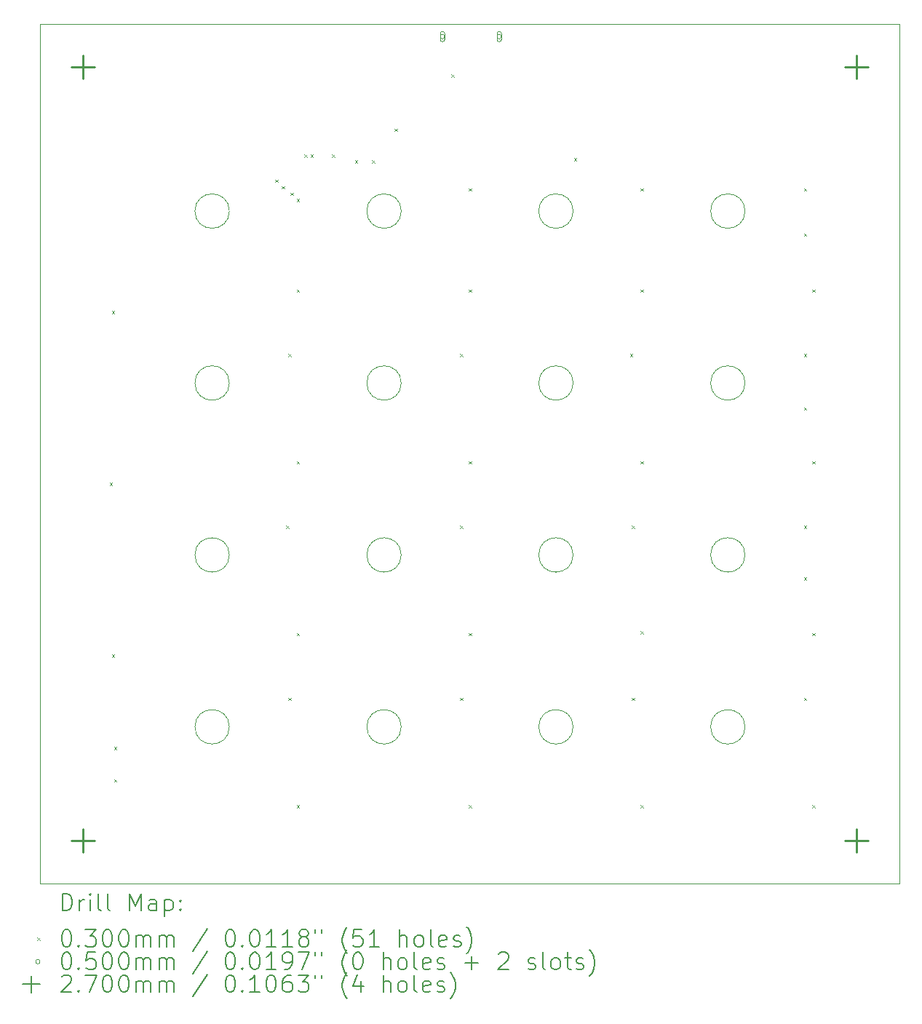
<source format=gbr>
%TF.GenerationSoftware,KiCad,Pcbnew,9.0.2*%
%TF.CreationDate,2025-06-23T15:12:33-04:00*%
%TF.ProjectId,MacroPad,4d616372-6f50-4616-942e-6b696361645f,rev?*%
%TF.SameCoordinates,Original*%
%TF.FileFunction,Drillmap*%
%TF.FilePolarity,Positive*%
%FSLAX45Y45*%
G04 Gerber Fmt 4.5, Leading zero omitted, Abs format (unit mm)*
G04 Created by KiCad (PCBNEW 9.0.2) date 2025-06-23 15:12:33*
%MOMM*%
%LPD*%
G01*
G04 APERTURE LIST*
%ADD10C,0.050000*%
%ADD11C,0.200000*%
%ADD12C,0.100000*%
%ADD13C,0.270000*%
G04 APERTURE END LIST*
D10*
X6000000Y-4500000D02*
X16000000Y-4500000D01*
X16000000Y-14500000D01*
X6000000Y-14500000D01*
X6000000Y-4500000D01*
X10200000Y-8675000D02*
G75*
G02*
X9800000Y-8675000I-200000J0D01*
G01*
X9800000Y-8675000D02*
G75*
G02*
X10200000Y-8675000I200000J0D01*
G01*
X10200000Y-6675000D02*
G75*
G02*
X9800000Y-6675000I-200000J0D01*
G01*
X9800000Y-6675000D02*
G75*
G02*
X10200000Y-6675000I200000J0D01*
G01*
X12200000Y-12675000D02*
G75*
G02*
X11800000Y-12675000I-200000J0D01*
G01*
X11800000Y-12675000D02*
G75*
G02*
X12200000Y-12675000I200000J0D01*
G01*
X8200000Y-8675000D02*
G75*
G02*
X7800000Y-8675000I-200000J0D01*
G01*
X7800000Y-8675000D02*
G75*
G02*
X8200000Y-8675000I200000J0D01*
G01*
X14200000Y-8675000D02*
G75*
G02*
X13800000Y-8675000I-200000J0D01*
G01*
X13800000Y-8675000D02*
G75*
G02*
X14200000Y-8675000I200000J0D01*
G01*
X12200000Y-6675000D02*
G75*
G02*
X11800000Y-6675000I-200000J0D01*
G01*
X11800000Y-6675000D02*
G75*
G02*
X12200000Y-6675000I200000J0D01*
G01*
X10200000Y-10675000D02*
G75*
G02*
X9800000Y-10675000I-200000J0D01*
G01*
X9800000Y-10675000D02*
G75*
G02*
X10200000Y-10675000I200000J0D01*
G01*
X8200000Y-12675000D02*
G75*
G02*
X7800000Y-12675000I-200000J0D01*
G01*
X7800000Y-12675000D02*
G75*
G02*
X8200000Y-12675000I200000J0D01*
G01*
X12200000Y-8675000D02*
G75*
G02*
X11800000Y-8675000I-200000J0D01*
G01*
X11800000Y-8675000D02*
G75*
G02*
X12200000Y-8675000I200000J0D01*
G01*
X14200000Y-12675000D02*
G75*
G02*
X13800000Y-12675000I-200000J0D01*
G01*
X13800000Y-12675000D02*
G75*
G02*
X14200000Y-12675000I200000J0D01*
G01*
X14200000Y-10675000D02*
G75*
G02*
X13800000Y-10675000I-200000J0D01*
G01*
X13800000Y-10675000D02*
G75*
G02*
X14200000Y-10675000I200000J0D01*
G01*
X8200000Y-10675000D02*
G75*
G02*
X7800000Y-10675000I-200000J0D01*
G01*
X7800000Y-10675000D02*
G75*
G02*
X8200000Y-10675000I200000J0D01*
G01*
X8200000Y-6675000D02*
G75*
G02*
X7800000Y-6675000I-200000J0D01*
G01*
X7800000Y-6675000D02*
G75*
G02*
X8200000Y-6675000I200000J0D01*
G01*
X10200000Y-12675000D02*
G75*
G02*
X9800000Y-12675000I-200000J0D01*
G01*
X9800000Y-12675000D02*
G75*
G02*
X10200000Y-12675000I200000J0D01*
G01*
X12200000Y-10675000D02*
G75*
G02*
X11800000Y-10675000I-200000J0D01*
G01*
X11800000Y-10675000D02*
G75*
G02*
X12200000Y-10675000I200000J0D01*
G01*
X14200000Y-6675000D02*
G75*
G02*
X13800000Y-6675000I-200000J0D01*
G01*
X13800000Y-6675000D02*
G75*
G02*
X14200000Y-6675000I200000J0D01*
G01*
D11*
D12*
X6810000Y-9835000D02*
X6840000Y-9865000D01*
X6840000Y-9835000D02*
X6810000Y-9865000D01*
X6835000Y-7835000D02*
X6865000Y-7865000D01*
X6865000Y-7835000D02*
X6835000Y-7865000D01*
X6835000Y-11835000D02*
X6865000Y-11865000D01*
X6865000Y-11835000D02*
X6835000Y-11865000D01*
X6860000Y-12910000D02*
X6890000Y-12940000D01*
X6890000Y-12910000D02*
X6860000Y-12940000D01*
X6860000Y-13285000D02*
X6890000Y-13315000D01*
X6890000Y-13285000D02*
X6860000Y-13315000D01*
X8735000Y-6310000D02*
X8765000Y-6340000D01*
X8765000Y-6310000D02*
X8735000Y-6340000D01*
X8810000Y-6385000D02*
X8840000Y-6415000D01*
X8840000Y-6385000D02*
X8810000Y-6415000D01*
X8860000Y-10335000D02*
X8890000Y-10365000D01*
X8890000Y-10335000D02*
X8860000Y-10365000D01*
X8885000Y-8335000D02*
X8915000Y-8365000D01*
X8915000Y-8335000D02*
X8885000Y-8365000D01*
X8885000Y-12335000D02*
X8915000Y-12365000D01*
X8915000Y-12335000D02*
X8885000Y-12365000D01*
X8910000Y-6460000D02*
X8940000Y-6490000D01*
X8940000Y-6460000D02*
X8910000Y-6490000D01*
X8985000Y-6535000D02*
X9015000Y-6565000D01*
X9015000Y-6535000D02*
X8985000Y-6565000D01*
X8985000Y-7585000D02*
X9015000Y-7615000D01*
X9015000Y-7585000D02*
X8985000Y-7615000D01*
X8985000Y-9585000D02*
X9015000Y-9615000D01*
X9015000Y-9585000D02*
X8985000Y-9615000D01*
X8985000Y-11585000D02*
X9015000Y-11615000D01*
X9015000Y-11585000D02*
X8985000Y-11615000D01*
X8985000Y-13585000D02*
X9015000Y-13615000D01*
X9015000Y-13585000D02*
X8985000Y-13615000D01*
X9071700Y-6015200D02*
X9101700Y-6045200D01*
X9101700Y-6015200D02*
X9071700Y-6045200D01*
X9146700Y-6015200D02*
X9176700Y-6045200D01*
X9176700Y-6015200D02*
X9146700Y-6045200D01*
X9396700Y-6015200D02*
X9426700Y-6045200D01*
X9426700Y-6015200D02*
X9396700Y-6045200D01*
X9660000Y-6085000D02*
X9690000Y-6115000D01*
X9690000Y-6085000D02*
X9660000Y-6115000D01*
X9860000Y-6085000D02*
X9890000Y-6115000D01*
X9890000Y-6085000D02*
X9860000Y-6115000D01*
X10121700Y-5715200D02*
X10151700Y-5745200D01*
X10151700Y-5715200D02*
X10121700Y-5745200D01*
X10785000Y-5085000D02*
X10815000Y-5115000D01*
X10815000Y-5085000D02*
X10785000Y-5115000D01*
X10885000Y-8335000D02*
X10915000Y-8365000D01*
X10915000Y-8335000D02*
X10885000Y-8365000D01*
X10885000Y-10335000D02*
X10915000Y-10365000D01*
X10915000Y-10335000D02*
X10885000Y-10365000D01*
X10885000Y-12335000D02*
X10915000Y-12365000D01*
X10915000Y-12335000D02*
X10885000Y-12365000D01*
X10985000Y-6410000D02*
X11015000Y-6440000D01*
X11015000Y-6410000D02*
X10985000Y-6440000D01*
X10985000Y-7585000D02*
X11015000Y-7615000D01*
X11015000Y-7585000D02*
X10985000Y-7615000D01*
X10985000Y-9585000D02*
X11015000Y-9615000D01*
X11015000Y-9585000D02*
X10985000Y-9615000D01*
X10985000Y-11585000D02*
X11015000Y-11615000D01*
X11015000Y-11585000D02*
X10985000Y-11615000D01*
X10985000Y-13585000D02*
X11015000Y-13615000D01*
X11015000Y-13585000D02*
X10985000Y-13615000D01*
X12210000Y-6060000D02*
X12240000Y-6090000D01*
X12240000Y-6060000D02*
X12210000Y-6090000D01*
X12860000Y-8335000D02*
X12890000Y-8365000D01*
X12890000Y-8335000D02*
X12860000Y-8365000D01*
X12885000Y-10335000D02*
X12915000Y-10365000D01*
X12915000Y-10335000D02*
X12885000Y-10365000D01*
X12885000Y-12335000D02*
X12915000Y-12365000D01*
X12915000Y-12335000D02*
X12885000Y-12365000D01*
X12985000Y-6410000D02*
X13015000Y-6440000D01*
X13015000Y-6410000D02*
X12985000Y-6440000D01*
X12985000Y-7585000D02*
X13015000Y-7615000D01*
X13015000Y-7585000D02*
X12985000Y-7615000D01*
X12985000Y-9585000D02*
X13015000Y-9615000D01*
X13015000Y-9585000D02*
X12985000Y-9615000D01*
X12985000Y-11560000D02*
X13015000Y-11590000D01*
X13015000Y-11560000D02*
X12985000Y-11590000D01*
X12985000Y-13585000D02*
X13015000Y-13615000D01*
X13015000Y-13585000D02*
X12985000Y-13615000D01*
X14885000Y-6410000D02*
X14915000Y-6440000D01*
X14915000Y-6410000D02*
X14885000Y-6440000D01*
X14885000Y-6935000D02*
X14915000Y-6965000D01*
X14915000Y-6935000D02*
X14885000Y-6965000D01*
X14885000Y-8335000D02*
X14915000Y-8365000D01*
X14915000Y-8335000D02*
X14885000Y-8365000D01*
X14885000Y-8960000D02*
X14915000Y-8990000D01*
X14915000Y-8960000D02*
X14885000Y-8990000D01*
X14885000Y-10335000D02*
X14915000Y-10365000D01*
X14915000Y-10335000D02*
X14885000Y-10365000D01*
X14885000Y-10935000D02*
X14915000Y-10965000D01*
X14915000Y-10935000D02*
X14885000Y-10965000D01*
X14885000Y-12335000D02*
X14915000Y-12365000D01*
X14915000Y-12335000D02*
X14885000Y-12365000D01*
X14985000Y-7585000D02*
X15015000Y-7615000D01*
X15015000Y-7585000D02*
X14985000Y-7615000D01*
X14985000Y-9585000D02*
X15015000Y-9615000D01*
X15015000Y-9585000D02*
X14985000Y-9615000D01*
X14985000Y-11585000D02*
X15015000Y-11615000D01*
X15015000Y-11585000D02*
X14985000Y-11615000D01*
X14985000Y-13585000D02*
X15015000Y-13615000D01*
X15015000Y-13585000D02*
X14985000Y-13615000D01*
X10705000Y-4645000D02*
G75*
G02*
X10655000Y-4645000I-25000J0D01*
G01*
X10655000Y-4645000D02*
G75*
G02*
X10705000Y-4645000I25000J0D01*
G01*
X10655000Y-4610000D02*
X10655000Y-4680000D01*
X10705000Y-4680000D02*
G75*
G02*
X10655000Y-4680000I-25000J0D01*
G01*
X10705000Y-4680000D02*
X10705000Y-4610000D01*
X10705000Y-4610000D02*
G75*
G03*
X10655000Y-4610000I-25000J0D01*
G01*
X11365000Y-4645000D02*
G75*
G02*
X11315000Y-4645000I-25000J0D01*
G01*
X11315000Y-4645000D02*
G75*
G02*
X11365000Y-4645000I25000J0D01*
G01*
X11315000Y-4610000D02*
X11315000Y-4680000D01*
X11365000Y-4680000D02*
G75*
G02*
X11315000Y-4680000I-25000J0D01*
G01*
X11365000Y-4680000D02*
X11365000Y-4610000D01*
X11365000Y-4610000D02*
G75*
G03*
X11315000Y-4610000I-25000J0D01*
G01*
D13*
X6500000Y-4865000D02*
X6500000Y-5135000D01*
X6365000Y-5000000D02*
X6635000Y-5000000D01*
X6500000Y-13865000D02*
X6500000Y-14135000D01*
X6365000Y-14000000D02*
X6635000Y-14000000D01*
X15500000Y-4865000D02*
X15500000Y-5135000D01*
X15365000Y-5000000D02*
X15635000Y-5000000D01*
X15500000Y-13865000D02*
X15500000Y-14135000D01*
X15365000Y-14000000D02*
X15635000Y-14000000D01*
D11*
X6258277Y-14813984D02*
X6258277Y-14613984D01*
X6258277Y-14613984D02*
X6305896Y-14613984D01*
X6305896Y-14613984D02*
X6334467Y-14623508D01*
X6334467Y-14623508D02*
X6353515Y-14642555D01*
X6353515Y-14642555D02*
X6363039Y-14661603D01*
X6363039Y-14661603D02*
X6372562Y-14699698D01*
X6372562Y-14699698D02*
X6372562Y-14728269D01*
X6372562Y-14728269D02*
X6363039Y-14766365D01*
X6363039Y-14766365D02*
X6353515Y-14785412D01*
X6353515Y-14785412D02*
X6334467Y-14804460D01*
X6334467Y-14804460D02*
X6305896Y-14813984D01*
X6305896Y-14813984D02*
X6258277Y-14813984D01*
X6458277Y-14813984D02*
X6458277Y-14680650D01*
X6458277Y-14718746D02*
X6467801Y-14699698D01*
X6467801Y-14699698D02*
X6477324Y-14690174D01*
X6477324Y-14690174D02*
X6496372Y-14680650D01*
X6496372Y-14680650D02*
X6515420Y-14680650D01*
X6582086Y-14813984D02*
X6582086Y-14680650D01*
X6582086Y-14613984D02*
X6572562Y-14623508D01*
X6572562Y-14623508D02*
X6582086Y-14633031D01*
X6582086Y-14633031D02*
X6591610Y-14623508D01*
X6591610Y-14623508D02*
X6582086Y-14613984D01*
X6582086Y-14613984D02*
X6582086Y-14633031D01*
X6705896Y-14813984D02*
X6686848Y-14804460D01*
X6686848Y-14804460D02*
X6677324Y-14785412D01*
X6677324Y-14785412D02*
X6677324Y-14613984D01*
X6810658Y-14813984D02*
X6791610Y-14804460D01*
X6791610Y-14804460D02*
X6782086Y-14785412D01*
X6782086Y-14785412D02*
X6782086Y-14613984D01*
X7039229Y-14813984D02*
X7039229Y-14613984D01*
X7039229Y-14613984D02*
X7105896Y-14756841D01*
X7105896Y-14756841D02*
X7172562Y-14613984D01*
X7172562Y-14613984D02*
X7172562Y-14813984D01*
X7353515Y-14813984D02*
X7353515Y-14709222D01*
X7353515Y-14709222D02*
X7343991Y-14690174D01*
X7343991Y-14690174D02*
X7324943Y-14680650D01*
X7324943Y-14680650D02*
X7286848Y-14680650D01*
X7286848Y-14680650D02*
X7267801Y-14690174D01*
X7353515Y-14804460D02*
X7334467Y-14813984D01*
X7334467Y-14813984D02*
X7286848Y-14813984D01*
X7286848Y-14813984D02*
X7267801Y-14804460D01*
X7267801Y-14804460D02*
X7258277Y-14785412D01*
X7258277Y-14785412D02*
X7258277Y-14766365D01*
X7258277Y-14766365D02*
X7267801Y-14747317D01*
X7267801Y-14747317D02*
X7286848Y-14737793D01*
X7286848Y-14737793D02*
X7334467Y-14737793D01*
X7334467Y-14737793D02*
X7353515Y-14728269D01*
X7448753Y-14680650D02*
X7448753Y-14880650D01*
X7448753Y-14690174D02*
X7467801Y-14680650D01*
X7467801Y-14680650D02*
X7505896Y-14680650D01*
X7505896Y-14680650D02*
X7524943Y-14690174D01*
X7524943Y-14690174D02*
X7534467Y-14699698D01*
X7534467Y-14699698D02*
X7543991Y-14718746D01*
X7543991Y-14718746D02*
X7543991Y-14775888D01*
X7543991Y-14775888D02*
X7534467Y-14794936D01*
X7534467Y-14794936D02*
X7524943Y-14804460D01*
X7524943Y-14804460D02*
X7505896Y-14813984D01*
X7505896Y-14813984D02*
X7467801Y-14813984D01*
X7467801Y-14813984D02*
X7448753Y-14804460D01*
X7629705Y-14794936D02*
X7639229Y-14804460D01*
X7639229Y-14804460D02*
X7629705Y-14813984D01*
X7629705Y-14813984D02*
X7620182Y-14804460D01*
X7620182Y-14804460D02*
X7629705Y-14794936D01*
X7629705Y-14794936D02*
X7629705Y-14813984D01*
X7629705Y-14690174D02*
X7639229Y-14699698D01*
X7639229Y-14699698D02*
X7629705Y-14709222D01*
X7629705Y-14709222D02*
X7620182Y-14699698D01*
X7620182Y-14699698D02*
X7629705Y-14690174D01*
X7629705Y-14690174D02*
X7629705Y-14709222D01*
D12*
X5967500Y-15127500D02*
X5997500Y-15157500D01*
X5997500Y-15127500D02*
X5967500Y-15157500D01*
D11*
X6296372Y-15033984D02*
X6315420Y-15033984D01*
X6315420Y-15033984D02*
X6334467Y-15043508D01*
X6334467Y-15043508D02*
X6343991Y-15053031D01*
X6343991Y-15053031D02*
X6353515Y-15072079D01*
X6353515Y-15072079D02*
X6363039Y-15110174D01*
X6363039Y-15110174D02*
X6363039Y-15157793D01*
X6363039Y-15157793D02*
X6353515Y-15195888D01*
X6353515Y-15195888D02*
X6343991Y-15214936D01*
X6343991Y-15214936D02*
X6334467Y-15224460D01*
X6334467Y-15224460D02*
X6315420Y-15233984D01*
X6315420Y-15233984D02*
X6296372Y-15233984D01*
X6296372Y-15233984D02*
X6277324Y-15224460D01*
X6277324Y-15224460D02*
X6267801Y-15214936D01*
X6267801Y-15214936D02*
X6258277Y-15195888D01*
X6258277Y-15195888D02*
X6248753Y-15157793D01*
X6248753Y-15157793D02*
X6248753Y-15110174D01*
X6248753Y-15110174D02*
X6258277Y-15072079D01*
X6258277Y-15072079D02*
X6267801Y-15053031D01*
X6267801Y-15053031D02*
X6277324Y-15043508D01*
X6277324Y-15043508D02*
X6296372Y-15033984D01*
X6448753Y-15214936D02*
X6458277Y-15224460D01*
X6458277Y-15224460D02*
X6448753Y-15233984D01*
X6448753Y-15233984D02*
X6439229Y-15224460D01*
X6439229Y-15224460D02*
X6448753Y-15214936D01*
X6448753Y-15214936D02*
X6448753Y-15233984D01*
X6524943Y-15033984D02*
X6648753Y-15033984D01*
X6648753Y-15033984D02*
X6582086Y-15110174D01*
X6582086Y-15110174D02*
X6610658Y-15110174D01*
X6610658Y-15110174D02*
X6629705Y-15119698D01*
X6629705Y-15119698D02*
X6639229Y-15129222D01*
X6639229Y-15129222D02*
X6648753Y-15148269D01*
X6648753Y-15148269D02*
X6648753Y-15195888D01*
X6648753Y-15195888D02*
X6639229Y-15214936D01*
X6639229Y-15214936D02*
X6629705Y-15224460D01*
X6629705Y-15224460D02*
X6610658Y-15233984D01*
X6610658Y-15233984D02*
X6553515Y-15233984D01*
X6553515Y-15233984D02*
X6534467Y-15224460D01*
X6534467Y-15224460D02*
X6524943Y-15214936D01*
X6772562Y-15033984D02*
X6791610Y-15033984D01*
X6791610Y-15033984D02*
X6810658Y-15043508D01*
X6810658Y-15043508D02*
X6820182Y-15053031D01*
X6820182Y-15053031D02*
X6829705Y-15072079D01*
X6829705Y-15072079D02*
X6839229Y-15110174D01*
X6839229Y-15110174D02*
X6839229Y-15157793D01*
X6839229Y-15157793D02*
X6829705Y-15195888D01*
X6829705Y-15195888D02*
X6820182Y-15214936D01*
X6820182Y-15214936D02*
X6810658Y-15224460D01*
X6810658Y-15224460D02*
X6791610Y-15233984D01*
X6791610Y-15233984D02*
X6772562Y-15233984D01*
X6772562Y-15233984D02*
X6753515Y-15224460D01*
X6753515Y-15224460D02*
X6743991Y-15214936D01*
X6743991Y-15214936D02*
X6734467Y-15195888D01*
X6734467Y-15195888D02*
X6724943Y-15157793D01*
X6724943Y-15157793D02*
X6724943Y-15110174D01*
X6724943Y-15110174D02*
X6734467Y-15072079D01*
X6734467Y-15072079D02*
X6743991Y-15053031D01*
X6743991Y-15053031D02*
X6753515Y-15043508D01*
X6753515Y-15043508D02*
X6772562Y-15033984D01*
X6963039Y-15033984D02*
X6982086Y-15033984D01*
X6982086Y-15033984D02*
X7001134Y-15043508D01*
X7001134Y-15043508D02*
X7010658Y-15053031D01*
X7010658Y-15053031D02*
X7020182Y-15072079D01*
X7020182Y-15072079D02*
X7029705Y-15110174D01*
X7029705Y-15110174D02*
X7029705Y-15157793D01*
X7029705Y-15157793D02*
X7020182Y-15195888D01*
X7020182Y-15195888D02*
X7010658Y-15214936D01*
X7010658Y-15214936D02*
X7001134Y-15224460D01*
X7001134Y-15224460D02*
X6982086Y-15233984D01*
X6982086Y-15233984D02*
X6963039Y-15233984D01*
X6963039Y-15233984D02*
X6943991Y-15224460D01*
X6943991Y-15224460D02*
X6934467Y-15214936D01*
X6934467Y-15214936D02*
X6924943Y-15195888D01*
X6924943Y-15195888D02*
X6915420Y-15157793D01*
X6915420Y-15157793D02*
X6915420Y-15110174D01*
X6915420Y-15110174D02*
X6924943Y-15072079D01*
X6924943Y-15072079D02*
X6934467Y-15053031D01*
X6934467Y-15053031D02*
X6943991Y-15043508D01*
X6943991Y-15043508D02*
X6963039Y-15033984D01*
X7115420Y-15233984D02*
X7115420Y-15100650D01*
X7115420Y-15119698D02*
X7124943Y-15110174D01*
X7124943Y-15110174D02*
X7143991Y-15100650D01*
X7143991Y-15100650D02*
X7172563Y-15100650D01*
X7172563Y-15100650D02*
X7191610Y-15110174D01*
X7191610Y-15110174D02*
X7201134Y-15129222D01*
X7201134Y-15129222D02*
X7201134Y-15233984D01*
X7201134Y-15129222D02*
X7210658Y-15110174D01*
X7210658Y-15110174D02*
X7229705Y-15100650D01*
X7229705Y-15100650D02*
X7258277Y-15100650D01*
X7258277Y-15100650D02*
X7277324Y-15110174D01*
X7277324Y-15110174D02*
X7286848Y-15129222D01*
X7286848Y-15129222D02*
X7286848Y-15233984D01*
X7382086Y-15233984D02*
X7382086Y-15100650D01*
X7382086Y-15119698D02*
X7391610Y-15110174D01*
X7391610Y-15110174D02*
X7410658Y-15100650D01*
X7410658Y-15100650D02*
X7439229Y-15100650D01*
X7439229Y-15100650D02*
X7458277Y-15110174D01*
X7458277Y-15110174D02*
X7467801Y-15129222D01*
X7467801Y-15129222D02*
X7467801Y-15233984D01*
X7467801Y-15129222D02*
X7477324Y-15110174D01*
X7477324Y-15110174D02*
X7496372Y-15100650D01*
X7496372Y-15100650D02*
X7524943Y-15100650D01*
X7524943Y-15100650D02*
X7543991Y-15110174D01*
X7543991Y-15110174D02*
X7553515Y-15129222D01*
X7553515Y-15129222D02*
X7553515Y-15233984D01*
X7943991Y-15024460D02*
X7772563Y-15281603D01*
X8201134Y-15033984D02*
X8220182Y-15033984D01*
X8220182Y-15033984D02*
X8239229Y-15043508D01*
X8239229Y-15043508D02*
X8248753Y-15053031D01*
X8248753Y-15053031D02*
X8258277Y-15072079D01*
X8258277Y-15072079D02*
X8267801Y-15110174D01*
X8267801Y-15110174D02*
X8267801Y-15157793D01*
X8267801Y-15157793D02*
X8258277Y-15195888D01*
X8258277Y-15195888D02*
X8248753Y-15214936D01*
X8248753Y-15214936D02*
X8239229Y-15224460D01*
X8239229Y-15224460D02*
X8220182Y-15233984D01*
X8220182Y-15233984D02*
X8201134Y-15233984D01*
X8201134Y-15233984D02*
X8182086Y-15224460D01*
X8182086Y-15224460D02*
X8172563Y-15214936D01*
X8172563Y-15214936D02*
X8163039Y-15195888D01*
X8163039Y-15195888D02*
X8153515Y-15157793D01*
X8153515Y-15157793D02*
X8153515Y-15110174D01*
X8153515Y-15110174D02*
X8163039Y-15072079D01*
X8163039Y-15072079D02*
X8172563Y-15053031D01*
X8172563Y-15053031D02*
X8182086Y-15043508D01*
X8182086Y-15043508D02*
X8201134Y-15033984D01*
X8353515Y-15214936D02*
X8363039Y-15224460D01*
X8363039Y-15224460D02*
X8353515Y-15233984D01*
X8353515Y-15233984D02*
X8343991Y-15224460D01*
X8343991Y-15224460D02*
X8353515Y-15214936D01*
X8353515Y-15214936D02*
X8353515Y-15233984D01*
X8486848Y-15033984D02*
X8505896Y-15033984D01*
X8505896Y-15033984D02*
X8524944Y-15043508D01*
X8524944Y-15043508D02*
X8534468Y-15053031D01*
X8534468Y-15053031D02*
X8543991Y-15072079D01*
X8543991Y-15072079D02*
X8553515Y-15110174D01*
X8553515Y-15110174D02*
X8553515Y-15157793D01*
X8553515Y-15157793D02*
X8543991Y-15195888D01*
X8543991Y-15195888D02*
X8534468Y-15214936D01*
X8534468Y-15214936D02*
X8524944Y-15224460D01*
X8524944Y-15224460D02*
X8505896Y-15233984D01*
X8505896Y-15233984D02*
X8486848Y-15233984D01*
X8486848Y-15233984D02*
X8467801Y-15224460D01*
X8467801Y-15224460D02*
X8458277Y-15214936D01*
X8458277Y-15214936D02*
X8448753Y-15195888D01*
X8448753Y-15195888D02*
X8439229Y-15157793D01*
X8439229Y-15157793D02*
X8439229Y-15110174D01*
X8439229Y-15110174D02*
X8448753Y-15072079D01*
X8448753Y-15072079D02*
X8458277Y-15053031D01*
X8458277Y-15053031D02*
X8467801Y-15043508D01*
X8467801Y-15043508D02*
X8486848Y-15033984D01*
X8743991Y-15233984D02*
X8629706Y-15233984D01*
X8686848Y-15233984D02*
X8686848Y-15033984D01*
X8686848Y-15033984D02*
X8667801Y-15062555D01*
X8667801Y-15062555D02*
X8648753Y-15081603D01*
X8648753Y-15081603D02*
X8629706Y-15091127D01*
X8934468Y-15233984D02*
X8820182Y-15233984D01*
X8877325Y-15233984D02*
X8877325Y-15033984D01*
X8877325Y-15033984D02*
X8858277Y-15062555D01*
X8858277Y-15062555D02*
X8839229Y-15081603D01*
X8839229Y-15081603D02*
X8820182Y-15091127D01*
X9048753Y-15119698D02*
X9029706Y-15110174D01*
X9029706Y-15110174D02*
X9020182Y-15100650D01*
X9020182Y-15100650D02*
X9010658Y-15081603D01*
X9010658Y-15081603D02*
X9010658Y-15072079D01*
X9010658Y-15072079D02*
X9020182Y-15053031D01*
X9020182Y-15053031D02*
X9029706Y-15043508D01*
X9029706Y-15043508D02*
X9048753Y-15033984D01*
X9048753Y-15033984D02*
X9086849Y-15033984D01*
X9086849Y-15033984D02*
X9105896Y-15043508D01*
X9105896Y-15043508D02*
X9115420Y-15053031D01*
X9115420Y-15053031D02*
X9124944Y-15072079D01*
X9124944Y-15072079D02*
X9124944Y-15081603D01*
X9124944Y-15081603D02*
X9115420Y-15100650D01*
X9115420Y-15100650D02*
X9105896Y-15110174D01*
X9105896Y-15110174D02*
X9086849Y-15119698D01*
X9086849Y-15119698D02*
X9048753Y-15119698D01*
X9048753Y-15119698D02*
X9029706Y-15129222D01*
X9029706Y-15129222D02*
X9020182Y-15138746D01*
X9020182Y-15138746D02*
X9010658Y-15157793D01*
X9010658Y-15157793D02*
X9010658Y-15195888D01*
X9010658Y-15195888D02*
X9020182Y-15214936D01*
X9020182Y-15214936D02*
X9029706Y-15224460D01*
X9029706Y-15224460D02*
X9048753Y-15233984D01*
X9048753Y-15233984D02*
X9086849Y-15233984D01*
X9086849Y-15233984D02*
X9105896Y-15224460D01*
X9105896Y-15224460D02*
X9115420Y-15214936D01*
X9115420Y-15214936D02*
X9124944Y-15195888D01*
X9124944Y-15195888D02*
X9124944Y-15157793D01*
X9124944Y-15157793D02*
X9115420Y-15138746D01*
X9115420Y-15138746D02*
X9105896Y-15129222D01*
X9105896Y-15129222D02*
X9086849Y-15119698D01*
X9201134Y-15033984D02*
X9201134Y-15072079D01*
X9277325Y-15033984D02*
X9277325Y-15072079D01*
X9572563Y-15310174D02*
X9563039Y-15300650D01*
X9563039Y-15300650D02*
X9543991Y-15272079D01*
X9543991Y-15272079D02*
X9534468Y-15253031D01*
X9534468Y-15253031D02*
X9524944Y-15224460D01*
X9524944Y-15224460D02*
X9515420Y-15176841D01*
X9515420Y-15176841D02*
X9515420Y-15138746D01*
X9515420Y-15138746D02*
X9524944Y-15091127D01*
X9524944Y-15091127D02*
X9534468Y-15062555D01*
X9534468Y-15062555D02*
X9543991Y-15043508D01*
X9543991Y-15043508D02*
X9563039Y-15014936D01*
X9563039Y-15014936D02*
X9572563Y-15005412D01*
X9743991Y-15033984D02*
X9648753Y-15033984D01*
X9648753Y-15033984D02*
X9639230Y-15129222D01*
X9639230Y-15129222D02*
X9648753Y-15119698D01*
X9648753Y-15119698D02*
X9667801Y-15110174D01*
X9667801Y-15110174D02*
X9715420Y-15110174D01*
X9715420Y-15110174D02*
X9734468Y-15119698D01*
X9734468Y-15119698D02*
X9743991Y-15129222D01*
X9743991Y-15129222D02*
X9753515Y-15148269D01*
X9753515Y-15148269D02*
X9753515Y-15195888D01*
X9753515Y-15195888D02*
X9743991Y-15214936D01*
X9743991Y-15214936D02*
X9734468Y-15224460D01*
X9734468Y-15224460D02*
X9715420Y-15233984D01*
X9715420Y-15233984D02*
X9667801Y-15233984D01*
X9667801Y-15233984D02*
X9648753Y-15224460D01*
X9648753Y-15224460D02*
X9639230Y-15214936D01*
X9943991Y-15233984D02*
X9829706Y-15233984D01*
X9886849Y-15233984D02*
X9886849Y-15033984D01*
X9886849Y-15033984D02*
X9867801Y-15062555D01*
X9867801Y-15062555D02*
X9848753Y-15081603D01*
X9848753Y-15081603D02*
X9829706Y-15091127D01*
X10182087Y-15233984D02*
X10182087Y-15033984D01*
X10267801Y-15233984D02*
X10267801Y-15129222D01*
X10267801Y-15129222D02*
X10258277Y-15110174D01*
X10258277Y-15110174D02*
X10239230Y-15100650D01*
X10239230Y-15100650D02*
X10210658Y-15100650D01*
X10210658Y-15100650D02*
X10191611Y-15110174D01*
X10191611Y-15110174D02*
X10182087Y-15119698D01*
X10391611Y-15233984D02*
X10372563Y-15224460D01*
X10372563Y-15224460D02*
X10363039Y-15214936D01*
X10363039Y-15214936D02*
X10353515Y-15195888D01*
X10353515Y-15195888D02*
X10353515Y-15138746D01*
X10353515Y-15138746D02*
X10363039Y-15119698D01*
X10363039Y-15119698D02*
X10372563Y-15110174D01*
X10372563Y-15110174D02*
X10391611Y-15100650D01*
X10391611Y-15100650D02*
X10420182Y-15100650D01*
X10420182Y-15100650D02*
X10439230Y-15110174D01*
X10439230Y-15110174D02*
X10448753Y-15119698D01*
X10448753Y-15119698D02*
X10458277Y-15138746D01*
X10458277Y-15138746D02*
X10458277Y-15195888D01*
X10458277Y-15195888D02*
X10448753Y-15214936D01*
X10448753Y-15214936D02*
X10439230Y-15224460D01*
X10439230Y-15224460D02*
X10420182Y-15233984D01*
X10420182Y-15233984D02*
X10391611Y-15233984D01*
X10572563Y-15233984D02*
X10553515Y-15224460D01*
X10553515Y-15224460D02*
X10543992Y-15205412D01*
X10543992Y-15205412D02*
X10543992Y-15033984D01*
X10724944Y-15224460D02*
X10705896Y-15233984D01*
X10705896Y-15233984D02*
X10667801Y-15233984D01*
X10667801Y-15233984D02*
X10648753Y-15224460D01*
X10648753Y-15224460D02*
X10639230Y-15205412D01*
X10639230Y-15205412D02*
X10639230Y-15129222D01*
X10639230Y-15129222D02*
X10648753Y-15110174D01*
X10648753Y-15110174D02*
X10667801Y-15100650D01*
X10667801Y-15100650D02*
X10705896Y-15100650D01*
X10705896Y-15100650D02*
X10724944Y-15110174D01*
X10724944Y-15110174D02*
X10734468Y-15129222D01*
X10734468Y-15129222D02*
X10734468Y-15148269D01*
X10734468Y-15148269D02*
X10639230Y-15167317D01*
X10810658Y-15224460D02*
X10829706Y-15233984D01*
X10829706Y-15233984D02*
X10867801Y-15233984D01*
X10867801Y-15233984D02*
X10886849Y-15224460D01*
X10886849Y-15224460D02*
X10896373Y-15205412D01*
X10896373Y-15205412D02*
X10896373Y-15195888D01*
X10896373Y-15195888D02*
X10886849Y-15176841D01*
X10886849Y-15176841D02*
X10867801Y-15167317D01*
X10867801Y-15167317D02*
X10839230Y-15167317D01*
X10839230Y-15167317D02*
X10820182Y-15157793D01*
X10820182Y-15157793D02*
X10810658Y-15138746D01*
X10810658Y-15138746D02*
X10810658Y-15129222D01*
X10810658Y-15129222D02*
X10820182Y-15110174D01*
X10820182Y-15110174D02*
X10839230Y-15100650D01*
X10839230Y-15100650D02*
X10867801Y-15100650D01*
X10867801Y-15100650D02*
X10886849Y-15110174D01*
X10963039Y-15310174D02*
X10972563Y-15300650D01*
X10972563Y-15300650D02*
X10991611Y-15272079D01*
X10991611Y-15272079D02*
X11001134Y-15253031D01*
X11001134Y-15253031D02*
X11010658Y-15224460D01*
X11010658Y-15224460D02*
X11020182Y-15176841D01*
X11020182Y-15176841D02*
X11020182Y-15138746D01*
X11020182Y-15138746D02*
X11010658Y-15091127D01*
X11010658Y-15091127D02*
X11001134Y-15062555D01*
X11001134Y-15062555D02*
X10991611Y-15043508D01*
X10991611Y-15043508D02*
X10972563Y-15014936D01*
X10972563Y-15014936D02*
X10963039Y-15005412D01*
D12*
X5997500Y-15406500D02*
G75*
G02*
X5947500Y-15406500I-25000J0D01*
G01*
X5947500Y-15406500D02*
G75*
G02*
X5997500Y-15406500I25000J0D01*
G01*
D11*
X6296372Y-15297984D02*
X6315420Y-15297984D01*
X6315420Y-15297984D02*
X6334467Y-15307508D01*
X6334467Y-15307508D02*
X6343991Y-15317031D01*
X6343991Y-15317031D02*
X6353515Y-15336079D01*
X6353515Y-15336079D02*
X6363039Y-15374174D01*
X6363039Y-15374174D02*
X6363039Y-15421793D01*
X6363039Y-15421793D02*
X6353515Y-15459888D01*
X6353515Y-15459888D02*
X6343991Y-15478936D01*
X6343991Y-15478936D02*
X6334467Y-15488460D01*
X6334467Y-15488460D02*
X6315420Y-15497984D01*
X6315420Y-15497984D02*
X6296372Y-15497984D01*
X6296372Y-15497984D02*
X6277324Y-15488460D01*
X6277324Y-15488460D02*
X6267801Y-15478936D01*
X6267801Y-15478936D02*
X6258277Y-15459888D01*
X6258277Y-15459888D02*
X6248753Y-15421793D01*
X6248753Y-15421793D02*
X6248753Y-15374174D01*
X6248753Y-15374174D02*
X6258277Y-15336079D01*
X6258277Y-15336079D02*
X6267801Y-15317031D01*
X6267801Y-15317031D02*
X6277324Y-15307508D01*
X6277324Y-15307508D02*
X6296372Y-15297984D01*
X6448753Y-15478936D02*
X6458277Y-15488460D01*
X6458277Y-15488460D02*
X6448753Y-15497984D01*
X6448753Y-15497984D02*
X6439229Y-15488460D01*
X6439229Y-15488460D02*
X6448753Y-15478936D01*
X6448753Y-15478936D02*
X6448753Y-15497984D01*
X6639229Y-15297984D02*
X6543991Y-15297984D01*
X6543991Y-15297984D02*
X6534467Y-15393222D01*
X6534467Y-15393222D02*
X6543991Y-15383698D01*
X6543991Y-15383698D02*
X6563039Y-15374174D01*
X6563039Y-15374174D02*
X6610658Y-15374174D01*
X6610658Y-15374174D02*
X6629705Y-15383698D01*
X6629705Y-15383698D02*
X6639229Y-15393222D01*
X6639229Y-15393222D02*
X6648753Y-15412269D01*
X6648753Y-15412269D02*
X6648753Y-15459888D01*
X6648753Y-15459888D02*
X6639229Y-15478936D01*
X6639229Y-15478936D02*
X6629705Y-15488460D01*
X6629705Y-15488460D02*
X6610658Y-15497984D01*
X6610658Y-15497984D02*
X6563039Y-15497984D01*
X6563039Y-15497984D02*
X6543991Y-15488460D01*
X6543991Y-15488460D02*
X6534467Y-15478936D01*
X6772562Y-15297984D02*
X6791610Y-15297984D01*
X6791610Y-15297984D02*
X6810658Y-15307508D01*
X6810658Y-15307508D02*
X6820182Y-15317031D01*
X6820182Y-15317031D02*
X6829705Y-15336079D01*
X6829705Y-15336079D02*
X6839229Y-15374174D01*
X6839229Y-15374174D02*
X6839229Y-15421793D01*
X6839229Y-15421793D02*
X6829705Y-15459888D01*
X6829705Y-15459888D02*
X6820182Y-15478936D01*
X6820182Y-15478936D02*
X6810658Y-15488460D01*
X6810658Y-15488460D02*
X6791610Y-15497984D01*
X6791610Y-15497984D02*
X6772562Y-15497984D01*
X6772562Y-15497984D02*
X6753515Y-15488460D01*
X6753515Y-15488460D02*
X6743991Y-15478936D01*
X6743991Y-15478936D02*
X6734467Y-15459888D01*
X6734467Y-15459888D02*
X6724943Y-15421793D01*
X6724943Y-15421793D02*
X6724943Y-15374174D01*
X6724943Y-15374174D02*
X6734467Y-15336079D01*
X6734467Y-15336079D02*
X6743991Y-15317031D01*
X6743991Y-15317031D02*
X6753515Y-15307508D01*
X6753515Y-15307508D02*
X6772562Y-15297984D01*
X6963039Y-15297984D02*
X6982086Y-15297984D01*
X6982086Y-15297984D02*
X7001134Y-15307508D01*
X7001134Y-15307508D02*
X7010658Y-15317031D01*
X7010658Y-15317031D02*
X7020182Y-15336079D01*
X7020182Y-15336079D02*
X7029705Y-15374174D01*
X7029705Y-15374174D02*
X7029705Y-15421793D01*
X7029705Y-15421793D02*
X7020182Y-15459888D01*
X7020182Y-15459888D02*
X7010658Y-15478936D01*
X7010658Y-15478936D02*
X7001134Y-15488460D01*
X7001134Y-15488460D02*
X6982086Y-15497984D01*
X6982086Y-15497984D02*
X6963039Y-15497984D01*
X6963039Y-15497984D02*
X6943991Y-15488460D01*
X6943991Y-15488460D02*
X6934467Y-15478936D01*
X6934467Y-15478936D02*
X6924943Y-15459888D01*
X6924943Y-15459888D02*
X6915420Y-15421793D01*
X6915420Y-15421793D02*
X6915420Y-15374174D01*
X6915420Y-15374174D02*
X6924943Y-15336079D01*
X6924943Y-15336079D02*
X6934467Y-15317031D01*
X6934467Y-15317031D02*
X6943991Y-15307508D01*
X6943991Y-15307508D02*
X6963039Y-15297984D01*
X7115420Y-15497984D02*
X7115420Y-15364650D01*
X7115420Y-15383698D02*
X7124943Y-15374174D01*
X7124943Y-15374174D02*
X7143991Y-15364650D01*
X7143991Y-15364650D02*
X7172563Y-15364650D01*
X7172563Y-15364650D02*
X7191610Y-15374174D01*
X7191610Y-15374174D02*
X7201134Y-15393222D01*
X7201134Y-15393222D02*
X7201134Y-15497984D01*
X7201134Y-15393222D02*
X7210658Y-15374174D01*
X7210658Y-15374174D02*
X7229705Y-15364650D01*
X7229705Y-15364650D02*
X7258277Y-15364650D01*
X7258277Y-15364650D02*
X7277324Y-15374174D01*
X7277324Y-15374174D02*
X7286848Y-15393222D01*
X7286848Y-15393222D02*
X7286848Y-15497984D01*
X7382086Y-15497984D02*
X7382086Y-15364650D01*
X7382086Y-15383698D02*
X7391610Y-15374174D01*
X7391610Y-15374174D02*
X7410658Y-15364650D01*
X7410658Y-15364650D02*
X7439229Y-15364650D01*
X7439229Y-15364650D02*
X7458277Y-15374174D01*
X7458277Y-15374174D02*
X7467801Y-15393222D01*
X7467801Y-15393222D02*
X7467801Y-15497984D01*
X7467801Y-15393222D02*
X7477324Y-15374174D01*
X7477324Y-15374174D02*
X7496372Y-15364650D01*
X7496372Y-15364650D02*
X7524943Y-15364650D01*
X7524943Y-15364650D02*
X7543991Y-15374174D01*
X7543991Y-15374174D02*
X7553515Y-15393222D01*
X7553515Y-15393222D02*
X7553515Y-15497984D01*
X7943991Y-15288460D02*
X7772563Y-15545603D01*
X8201134Y-15297984D02*
X8220182Y-15297984D01*
X8220182Y-15297984D02*
X8239229Y-15307508D01*
X8239229Y-15307508D02*
X8248753Y-15317031D01*
X8248753Y-15317031D02*
X8258277Y-15336079D01*
X8258277Y-15336079D02*
X8267801Y-15374174D01*
X8267801Y-15374174D02*
X8267801Y-15421793D01*
X8267801Y-15421793D02*
X8258277Y-15459888D01*
X8258277Y-15459888D02*
X8248753Y-15478936D01*
X8248753Y-15478936D02*
X8239229Y-15488460D01*
X8239229Y-15488460D02*
X8220182Y-15497984D01*
X8220182Y-15497984D02*
X8201134Y-15497984D01*
X8201134Y-15497984D02*
X8182086Y-15488460D01*
X8182086Y-15488460D02*
X8172563Y-15478936D01*
X8172563Y-15478936D02*
X8163039Y-15459888D01*
X8163039Y-15459888D02*
X8153515Y-15421793D01*
X8153515Y-15421793D02*
X8153515Y-15374174D01*
X8153515Y-15374174D02*
X8163039Y-15336079D01*
X8163039Y-15336079D02*
X8172563Y-15317031D01*
X8172563Y-15317031D02*
X8182086Y-15307508D01*
X8182086Y-15307508D02*
X8201134Y-15297984D01*
X8353515Y-15478936D02*
X8363039Y-15488460D01*
X8363039Y-15488460D02*
X8353515Y-15497984D01*
X8353515Y-15497984D02*
X8343991Y-15488460D01*
X8343991Y-15488460D02*
X8353515Y-15478936D01*
X8353515Y-15478936D02*
X8353515Y-15497984D01*
X8486848Y-15297984D02*
X8505896Y-15297984D01*
X8505896Y-15297984D02*
X8524944Y-15307508D01*
X8524944Y-15307508D02*
X8534468Y-15317031D01*
X8534468Y-15317031D02*
X8543991Y-15336079D01*
X8543991Y-15336079D02*
X8553515Y-15374174D01*
X8553515Y-15374174D02*
X8553515Y-15421793D01*
X8553515Y-15421793D02*
X8543991Y-15459888D01*
X8543991Y-15459888D02*
X8534468Y-15478936D01*
X8534468Y-15478936D02*
X8524944Y-15488460D01*
X8524944Y-15488460D02*
X8505896Y-15497984D01*
X8505896Y-15497984D02*
X8486848Y-15497984D01*
X8486848Y-15497984D02*
X8467801Y-15488460D01*
X8467801Y-15488460D02*
X8458277Y-15478936D01*
X8458277Y-15478936D02*
X8448753Y-15459888D01*
X8448753Y-15459888D02*
X8439229Y-15421793D01*
X8439229Y-15421793D02*
X8439229Y-15374174D01*
X8439229Y-15374174D02*
X8448753Y-15336079D01*
X8448753Y-15336079D02*
X8458277Y-15317031D01*
X8458277Y-15317031D02*
X8467801Y-15307508D01*
X8467801Y-15307508D02*
X8486848Y-15297984D01*
X8743991Y-15497984D02*
X8629706Y-15497984D01*
X8686848Y-15497984D02*
X8686848Y-15297984D01*
X8686848Y-15297984D02*
X8667801Y-15326555D01*
X8667801Y-15326555D02*
X8648753Y-15345603D01*
X8648753Y-15345603D02*
X8629706Y-15355127D01*
X8839229Y-15497984D02*
X8877325Y-15497984D01*
X8877325Y-15497984D02*
X8896372Y-15488460D01*
X8896372Y-15488460D02*
X8905896Y-15478936D01*
X8905896Y-15478936D02*
X8924944Y-15450365D01*
X8924944Y-15450365D02*
X8934468Y-15412269D01*
X8934468Y-15412269D02*
X8934468Y-15336079D01*
X8934468Y-15336079D02*
X8924944Y-15317031D01*
X8924944Y-15317031D02*
X8915420Y-15307508D01*
X8915420Y-15307508D02*
X8896372Y-15297984D01*
X8896372Y-15297984D02*
X8858277Y-15297984D01*
X8858277Y-15297984D02*
X8839229Y-15307508D01*
X8839229Y-15307508D02*
X8829706Y-15317031D01*
X8829706Y-15317031D02*
X8820182Y-15336079D01*
X8820182Y-15336079D02*
X8820182Y-15383698D01*
X8820182Y-15383698D02*
X8829706Y-15402746D01*
X8829706Y-15402746D02*
X8839229Y-15412269D01*
X8839229Y-15412269D02*
X8858277Y-15421793D01*
X8858277Y-15421793D02*
X8896372Y-15421793D01*
X8896372Y-15421793D02*
X8915420Y-15412269D01*
X8915420Y-15412269D02*
X8924944Y-15402746D01*
X8924944Y-15402746D02*
X8934468Y-15383698D01*
X9001134Y-15297984D02*
X9134468Y-15297984D01*
X9134468Y-15297984D02*
X9048753Y-15497984D01*
X9201134Y-15297984D02*
X9201134Y-15336079D01*
X9277325Y-15297984D02*
X9277325Y-15336079D01*
X9572563Y-15574174D02*
X9563039Y-15564650D01*
X9563039Y-15564650D02*
X9543991Y-15536079D01*
X9543991Y-15536079D02*
X9534468Y-15517031D01*
X9534468Y-15517031D02*
X9524944Y-15488460D01*
X9524944Y-15488460D02*
X9515420Y-15440841D01*
X9515420Y-15440841D02*
X9515420Y-15402746D01*
X9515420Y-15402746D02*
X9524944Y-15355127D01*
X9524944Y-15355127D02*
X9534468Y-15326555D01*
X9534468Y-15326555D02*
X9543991Y-15307508D01*
X9543991Y-15307508D02*
X9563039Y-15278936D01*
X9563039Y-15278936D02*
X9572563Y-15269412D01*
X9686849Y-15297984D02*
X9705896Y-15297984D01*
X9705896Y-15297984D02*
X9724944Y-15307508D01*
X9724944Y-15307508D02*
X9734468Y-15317031D01*
X9734468Y-15317031D02*
X9743991Y-15336079D01*
X9743991Y-15336079D02*
X9753515Y-15374174D01*
X9753515Y-15374174D02*
X9753515Y-15421793D01*
X9753515Y-15421793D02*
X9743991Y-15459888D01*
X9743991Y-15459888D02*
X9734468Y-15478936D01*
X9734468Y-15478936D02*
X9724944Y-15488460D01*
X9724944Y-15488460D02*
X9705896Y-15497984D01*
X9705896Y-15497984D02*
X9686849Y-15497984D01*
X9686849Y-15497984D02*
X9667801Y-15488460D01*
X9667801Y-15488460D02*
X9658277Y-15478936D01*
X9658277Y-15478936D02*
X9648753Y-15459888D01*
X9648753Y-15459888D02*
X9639230Y-15421793D01*
X9639230Y-15421793D02*
X9639230Y-15374174D01*
X9639230Y-15374174D02*
X9648753Y-15336079D01*
X9648753Y-15336079D02*
X9658277Y-15317031D01*
X9658277Y-15317031D02*
X9667801Y-15307508D01*
X9667801Y-15307508D02*
X9686849Y-15297984D01*
X9991611Y-15497984D02*
X9991611Y-15297984D01*
X10077325Y-15497984D02*
X10077325Y-15393222D01*
X10077325Y-15393222D02*
X10067801Y-15374174D01*
X10067801Y-15374174D02*
X10048753Y-15364650D01*
X10048753Y-15364650D02*
X10020182Y-15364650D01*
X10020182Y-15364650D02*
X10001134Y-15374174D01*
X10001134Y-15374174D02*
X9991611Y-15383698D01*
X10201134Y-15497984D02*
X10182087Y-15488460D01*
X10182087Y-15488460D02*
X10172563Y-15478936D01*
X10172563Y-15478936D02*
X10163039Y-15459888D01*
X10163039Y-15459888D02*
X10163039Y-15402746D01*
X10163039Y-15402746D02*
X10172563Y-15383698D01*
X10172563Y-15383698D02*
X10182087Y-15374174D01*
X10182087Y-15374174D02*
X10201134Y-15364650D01*
X10201134Y-15364650D02*
X10229706Y-15364650D01*
X10229706Y-15364650D02*
X10248753Y-15374174D01*
X10248753Y-15374174D02*
X10258277Y-15383698D01*
X10258277Y-15383698D02*
X10267801Y-15402746D01*
X10267801Y-15402746D02*
X10267801Y-15459888D01*
X10267801Y-15459888D02*
X10258277Y-15478936D01*
X10258277Y-15478936D02*
X10248753Y-15488460D01*
X10248753Y-15488460D02*
X10229706Y-15497984D01*
X10229706Y-15497984D02*
X10201134Y-15497984D01*
X10382087Y-15497984D02*
X10363039Y-15488460D01*
X10363039Y-15488460D02*
X10353515Y-15469412D01*
X10353515Y-15469412D02*
X10353515Y-15297984D01*
X10534468Y-15488460D02*
X10515420Y-15497984D01*
X10515420Y-15497984D02*
X10477325Y-15497984D01*
X10477325Y-15497984D02*
X10458277Y-15488460D01*
X10458277Y-15488460D02*
X10448753Y-15469412D01*
X10448753Y-15469412D02*
X10448753Y-15393222D01*
X10448753Y-15393222D02*
X10458277Y-15374174D01*
X10458277Y-15374174D02*
X10477325Y-15364650D01*
X10477325Y-15364650D02*
X10515420Y-15364650D01*
X10515420Y-15364650D02*
X10534468Y-15374174D01*
X10534468Y-15374174D02*
X10543992Y-15393222D01*
X10543992Y-15393222D02*
X10543992Y-15412269D01*
X10543992Y-15412269D02*
X10448753Y-15431317D01*
X10620182Y-15488460D02*
X10639230Y-15497984D01*
X10639230Y-15497984D02*
X10677325Y-15497984D01*
X10677325Y-15497984D02*
X10696373Y-15488460D01*
X10696373Y-15488460D02*
X10705896Y-15469412D01*
X10705896Y-15469412D02*
X10705896Y-15459888D01*
X10705896Y-15459888D02*
X10696373Y-15440841D01*
X10696373Y-15440841D02*
X10677325Y-15431317D01*
X10677325Y-15431317D02*
X10648753Y-15431317D01*
X10648753Y-15431317D02*
X10629706Y-15421793D01*
X10629706Y-15421793D02*
X10620182Y-15402746D01*
X10620182Y-15402746D02*
X10620182Y-15393222D01*
X10620182Y-15393222D02*
X10629706Y-15374174D01*
X10629706Y-15374174D02*
X10648753Y-15364650D01*
X10648753Y-15364650D02*
X10677325Y-15364650D01*
X10677325Y-15364650D02*
X10696373Y-15374174D01*
X10943992Y-15421793D02*
X11096373Y-15421793D01*
X11020182Y-15497984D02*
X11020182Y-15345603D01*
X11334468Y-15317031D02*
X11343992Y-15307508D01*
X11343992Y-15307508D02*
X11363039Y-15297984D01*
X11363039Y-15297984D02*
X11410658Y-15297984D01*
X11410658Y-15297984D02*
X11429706Y-15307508D01*
X11429706Y-15307508D02*
X11439230Y-15317031D01*
X11439230Y-15317031D02*
X11448753Y-15336079D01*
X11448753Y-15336079D02*
X11448753Y-15355127D01*
X11448753Y-15355127D02*
X11439230Y-15383698D01*
X11439230Y-15383698D02*
X11324944Y-15497984D01*
X11324944Y-15497984D02*
X11448753Y-15497984D01*
X11677325Y-15488460D02*
X11696373Y-15497984D01*
X11696373Y-15497984D02*
X11734468Y-15497984D01*
X11734468Y-15497984D02*
X11753515Y-15488460D01*
X11753515Y-15488460D02*
X11763039Y-15469412D01*
X11763039Y-15469412D02*
X11763039Y-15459888D01*
X11763039Y-15459888D02*
X11753515Y-15440841D01*
X11753515Y-15440841D02*
X11734468Y-15431317D01*
X11734468Y-15431317D02*
X11705896Y-15431317D01*
X11705896Y-15431317D02*
X11686849Y-15421793D01*
X11686849Y-15421793D02*
X11677325Y-15402746D01*
X11677325Y-15402746D02*
X11677325Y-15393222D01*
X11677325Y-15393222D02*
X11686849Y-15374174D01*
X11686849Y-15374174D02*
X11705896Y-15364650D01*
X11705896Y-15364650D02*
X11734468Y-15364650D01*
X11734468Y-15364650D02*
X11753515Y-15374174D01*
X11877325Y-15497984D02*
X11858277Y-15488460D01*
X11858277Y-15488460D02*
X11848754Y-15469412D01*
X11848754Y-15469412D02*
X11848754Y-15297984D01*
X11982087Y-15497984D02*
X11963039Y-15488460D01*
X11963039Y-15488460D02*
X11953515Y-15478936D01*
X11953515Y-15478936D02*
X11943992Y-15459888D01*
X11943992Y-15459888D02*
X11943992Y-15402746D01*
X11943992Y-15402746D02*
X11953515Y-15383698D01*
X11953515Y-15383698D02*
X11963039Y-15374174D01*
X11963039Y-15374174D02*
X11982087Y-15364650D01*
X11982087Y-15364650D02*
X12010658Y-15364650D01*
X12010658Y-15364650D02*
X12029706Y-15374174D01*
X12029706Y-15374174D02*
X12039230Y-15383698D01*
X12039230Y-15383698D02*
X12048754Y-15402746D01*
X12048754Y-15402746D02*
X12048754Y-15459888D01*
X12048754Y-15459888D02*
X12039230Y-15478936D01*
X12039230Y-15478936D02*
X12029706Y-15488460D01*
X12029706Y-15488460D02*
X12010658Y-15497984D01*
X12010658Y-15497984D02*
X11982087Y-15497984D01*
X12105896Y-15364650D02*
X12182087Y-15364650D01*
X12134468Y-15297984D02*
X12134468Y-15469412D01*
X12134468Y-15469412D02*
X12143992Y-15488460D01*
X12143992Y-15488460D02*
X12163039Y-15497984D01*
X12163039Y-15497984D02*
X12182087Y-15497984D01*
X12239230Y-15488460D02*
X12258277Y-15497984D01*
X12258277Y-15497984D02*
X12296373Y-15497984D01*
X12296373Y-15497984D02*
X12315420Y-15488460D01*
X12315420Y-15488460D02*
X12324944Y-15469412D01*
X12324944Y-15469412D02*
X12324944Y-15459888D01*
X12324944Y-15459888D02*
X12315420Y-15440841D01*
X12315420Y-15440841D02*
X12296373Y-15431317D01*
X12296373Y-15431317D02*
X12267801Y-15431317D01*
X12267801Y-15431317D02*
X12248754Y-15421793D01*
X12248754Y-15421793D02*
X12239230Y-15402746D01*
X12239230Y-15402746D02*
X12239230Y-15393222D01*
X12239230Y-15393222D02*
X12248754Y-15374174D01*
X12248754Y-15374174D02*
X12267801Y-15364650D01*
X12267801Y-15364650D02*
X12296373Y-15364650D01*
X12296373Y-15364650D02*
X12315420Y-15374174D01*
X12391611Y-15574174D02*
X12401135Y-15564650D01*
X12401135Y-15564650D02*
X12420182Y-15536079D01*
X12420182Y-15536079D02*
X12429706Y-15517031D01*
X12429706Y-15517031D02*
X12439230Y-15488460D01*
X12439230Y-15488460D02*
X12448754Y-15440841D01*
X12448754Y-15440841D02*
X12448754Y-15402746D01*
X12448754Y-15402746D02*
X12439230Y-15355127D01*
X12439230Y-15355127D02*
X12429706Y-15326555D01*
X12429706Y-15326555D02*
X12420182Y-15307508D01*
X12420182Y-15307508D02*
X12401135Y-15278936D01*
X12401135Y-15278936D02*
X12391611Y-15269412D01*
X5897500Y-15570500D02*
X5897500Y-15770500D01*
X5797500Y-15670500D02*
X5997500Y-15670500D01*
X6248753Y-15581031D02*
X6258277Y-15571508D01*
X6258277Y-15571508D02*
X6277324Y-15561984D01*
X6277324Y-15561984D02*
X6324943Y-15561984D01*
X6324943Y-15561984D02*
X6343991Y-15571508D01*
X6343991Y-15571508D02*
X6353515Y-15581031D01*
X6353515Y-15581031D02*
X6363039Y-15600079D01*
X6363039Y-15600079D02*
X6363039Y-15619127D01*
X6363039Y-15619127D02*
X6353515Y-15647698D01*
X6353515Y-15647698D02*
X6239229Y-15761984D01*
X6239229Y-15761984D02*
X6363039Y-15761984D01*
X6448753Y-15742936D02*
X6458277Y-15752460D01*
X6458277Y-15752460D02*
X6448753Y-15761984D01*
X6448753Y-15761984D02*
X6439229Y-15752460D01*
X6439229Y-15752460D02*
X6448753Y-15742936D01*
X6448753Y-15742936D02*
X6448753Y-15761984D01*
X6524943Y-15561984D02*
X6658277Y-15561984D01*
X6658277Y-15561984D02*
X6572562Y-15761984D01*
X6772562Y-15561984D02*
X6791610Y-15561984D01*
X6791610Y-15561984D02*
X6810658Y-15571508D01*
X6810658Y-15571508D02*
X6820182Y-15581031D01*
X6820182Y-15581031D02*
X6829705Y-15600079D01*
X6829705Y-15600079D02*
X6839229Y-15638174D01*
X6839229Y-15638174D02*
X6839229Y-15685793D01*
X6839229Y-15685793D02*
X6829705Y-15723888D01*
X6829705Y-15723888D02*
X6820182Y-15742936D01*
X6820182Y-15742936D02*
X6810658Y-15752460D01*
X6810658Y-15752460D02*
X6791610Y-15761984D01*
X6791610Y-15761984D02*
X6772562Y-15761984D01*
X6772562Y-15761984D02*
X6753515Y-15752460D01*
X6753515Y-15752460D02*
X6743991Y-15742936D01*
X6743991Y-15742936D02*
X6734467Y-15723888D01*
X6734467Y-15723888D02*
X6724943Y-15685793D01*
X6724943Y-15685793D02*
X6724943Y-15638174D01*
X6724943Y-15638174D02*
X6734467Y-15600079D01*
X6734467Y-15600079D02*
X6743991Y-15581031D01*
X6743991Y-15581031D02*
X6753515Y-15571508D01*
X6753515Y-15571508D02*
X6772562Y-15561984D01*
X6963039Y-15561984D02*
X6982086Y-15561984D01*
X6982086Y-15561984D02*
X7001134Y-15571508D01*
X7001134Y-15571508D02*
X7010658Y-15581031D01*
X7010658Y-15581031D02*
X7020182Y-15600079D01*
X7020182Y-15600079D02*
X7029705Y-15638174D01*
X7029705Y-15638174D02*
X7029705Y-15685793D01*
X7029705Y-15685793D02*
X7020182Y-15723888D01*
X7020182Y-15723888D02*
X7010658Y-15742936D01*
X7010658Y-15742936D02*
X7001134Y-15752460D01*
X7001134Y-15752460D02*
X6982086Y-15761984D01*
X6982086Y-15761984D02*
X6963039Y-15761984D01*
X6963039Y-15761984D02*
X6943991Y-15752460D01*
X6943991Y-15752460D02*
X6934467Y-15742936D01*
X6934467Y-15742936D02*
X6924943Y-15723888D01*
X6924943Y-15723888D02*
X6915420Y-15685793D01*
X6915420Y-15685793D02*
X6915420Y-15638174D01*
X6915420Y-15638174D02*
X6924943Y-15600079D01*
X6924943Y-15600079D02*
X6934467Y-15581031D01*
X6934467Y-15581031D02*
X6943991Y-15571508D01*
X6943991Y-15571508D02*
X6963039Y-15561984D01*
X7115420Y-15761984D02*
X7115420Y-15628650D01*
X7115420Y-15647698D02*
X7124943Y-15638174D01*
X7124943Y-15638174D02*
X7143991Y-15628650D01*
X7143991Y-15628650D02*
X7172563Y-15628650D01*
X7172563Y-15628650D02*
X7191610Y-15638174D01*
X7191610Y-15638174D02*
X7201134Y-15657222D01*
X7201134Y-15657222D02*
X7201134Y-15761984D01*
X7201134Y-15657222D02*
X7210658Y-15638174D01*
X7210658Y-15638174D02*
X7229705Y-15628650D01*
X7229705Y-15628650D02*
X7258277Y-15628650D01*
X7258277Y-15628650D02*
X7277324Y-15638174D01*
X7277324Y-15638174D02*
X7286848Y-15657222D01*
X7286848Y-15657222D02*
X7286848Y-15761984D01*
X7382086Y-15761984D02*
X7382086Y-15628650D01*
X7382086Y-15647698D02*
X7391610Y-15638174D01*
X7391610Y-15638174D02*
X7410658Y-15628650D01*
X7410658Y-15628650D02*
X7439229Y-15628650D01*
X7439229Y-15628650D02*
X7458277Y-15638174D01*
X7458277Y-15638174D02*
X7467801Y-15657222D01*
X7467801Y-15657222D02*
X7467801Y-15761984D01*
X7467801Y-15657222D02*
X7477324Y-15638174D01*
X7477324Y-15638174D02*
X7496372Y-15628650D01*
X7496372Y-15628650D02*
X7524943Y-15628650D01*
X7524943Y-15628650D02*
X7543991Y-15638174D01*
X7543991Y-15638174D02*
X7553515Y-15657222D01*
X7553515Y-15657222D02*
X7553515Y-15761984D01*
X7943991Y-15552460D02*
X7772563Y-15809603D01*
X8201134Y-15561984D02*
X8220182Y-15561984D01*
X8220182Y-15561984D02*
X8239229Y-15571508D01*
X8239229Y-15571508D02*
X8248753Y-15581031D01*
X8248753Y-15581031D02*
X8258277Y-15600079D01*
X8258277Y-15600079D02*
X8267801Y-15638174D01*
X8267801Y-15638174D02*
X8267801Y-15685793D01*
X8267801Y-15685793D02*
X8258277Y-15723888D01*
X8258277Y-15723888D02*
X8248753Y-15742936D01*
X8248753Y-15742936D02*
X8239229Y-15752460D01*
X8239229Y-15752460D02*
X8220182Y-15761984D01*
X8220182Y-15761984D02*
X8201134Y-15761984D01*
X8201134Y-15761984D02*
X8182086Y-15752460D01*
X8182086Y-15752460D02*
X8172563Y-15742936D01*
X8172563Y-15742936D02*
X8163039Y-15723888D01*
X8163039Y-15723888D02*
X8153515Y-15685793D01*
X8153515Y-15685793D02*
X8153515Y-15638174D01*
X8153515Y-15638174D02*
X8163039Y-15600079D01*
X8163039Y-15600079D02*
X8172563Y-15581031D01*
X8172563Y-15581031D02*
X8182086Y-15571508D01*
X8182086Y-15571508D02*
X8201134Y-15561984D01*
X8353515Y-15742936D02*
X8363039Y-15752460D01*
X8363039Y-15752460D02*
X8353515Y-15761984D01*
X8353515Y-15761984D02*
X8343991Y-15752460D01*
X8343991Y-15752460D02*
X8353515Y-15742936D01*
X8353515Y-15742936D02*
X8353515Y-15761984D01*
X8553515Y-15761984D02*
X8439229Y-15761984D01*
X8496372Y-15761984D02*
X8496372Y-15561984D01*
X8496372Y-15561984D02*
X8477325Y-15590555D01*
X8477325Y-15590555D02*
X8458277Y-15609603D01*
X8458277Y-15609603D02*
X8439229Y-15619127D01*
X8677325Y-15561984D02*
X8696372Y-15561984D01*
X8696372Y-15561984D02*
X8715420Y-15571508D01*
X8715420Y-15571508D02*
X8724944Y-15581031D01*
X8724944Y-15581031D02*
X8734468Y-15600079D01*
X8734468Y-15600079D02*
X8743991Y-15638174D01*
X8743991Y-15638174D02*
X8743991Y-15685793D01*
X8743991Y-15685793D02*
X8734468Y-15723888D01*
X8734468Y-15723888D02*
X8724944Y-15742936D01*
X8724944Y-15742936D02*
X8715420Y-15752460D01*
X8715420Y-15752460D02*
X8696372Y-15761984D01*
X8696372Y-15761984D02*
X8677325Y-15761984D01*
X8677325Y-15761984D02*
X8658277Y-15752460D01*
X8658277Y-15752460D02*
X8648753Y-15742936D01*
X8648753Y-15742936D02*
X8639229Y-15723888D01*
X8639229Y-15723888D02*
X8629706Y-15685793D01*
X8629706Y-15685793D02*
X8629706Y-15638174D01*
X8629706Y-15638174D02*
X8639229Y-15600079D01*
X8639229Y-15600079D02*
X8648753Y-15581031D01*
X8648753Y-15581031D02*
X8658277Y-15571508D01*
X8658277Y-15571508D02*
X8677325Y-15561984D01*
X8915420Y-15561984D02*
X8877325Y-15561984D01*
X8877325Y-15561984D02*
X8858277Y-15571508D01*
X8858277Y-15571508D02*
X8848753Y-15581031D01*
X8848753Y-15581031D02*
X8829706Y-15609603D01*
X8829706Y-15609603D02*
X8820182Y-15647698D01*
X8820182Y-15647698D02*
X8820182Y-15723888D01*
X8820182Y-15723888D02*
X8829706Y-15742936D01*
X8829706Y-15742936D02*
X8839229Y-15752460D01*
X8839229Y-15752460D02*
X8858277Y-15761984D01*
X8858277Y-15761984D02*
X8896372Y-15761984D01*
X8896372Y-15761984D02*
X8915420Y-15752460D01*
X8915420Y-15752460D02*
X8924944Y-15742936D01*
X8924944Y-15742936D02*
X8934468Y-15723888D01*
X8934468Y-15723888D02*
X8934468Y-15676269D01*
X8934468Y-15676269D02*
X8924944Y-15657222D01*
X8924944Y-15657222D02*
X8915420Y-15647698D01*
X8915420Y-15647698D02*
X8896372Y-15638174D01*
X8896372Y-15638174D02*
X8858277Y-15638174D01*
X8858277Y-15638174D02*
X8839229Y-15647698D01*
X8839229Y-15647698D02*
X8829706Y-15657222D01*
X8829706Y-15657222D02*
X8820182Y-15676269D01*
X9001134Y-15561984D02*
X9124944Y-15561984D01*
X9124944Y-15561984D02*
X9058277Y-15638174D01*
X9058277Y-15638174D02*
X9086849Y-15638174D01*
X9086849Y-15638174D02*
X9105896Y-15647698D01*
X9105896Y-15647698D02*
X9115420Y-15657222D01*
X9115420Y-15657222D02*
X9124944Y-15676269D01*
X9124944Y-15676269D02*
X9124944Y-15723888D01*
X9124944Y-15723888D02*
X9115420Y-15742936D01*
X9115420Y-15742936D02*
X9105896Y-15752460D01*
X9105896Y-15752460D02*
X9086849Y-15761984D01*
X9086849Y-15761984D02*
X9029706Y-15761984D01*
X9029706Y-15761984D02*
X9010658Y-15752460D01*
X9010658Y-15752460D02*
X9001134Y-15742936D01*
X9201134Y-15561984D02*
X9201134Y-15600079D01*
X9277325Y-15561984D02*
X9277325Y-15600079D01*
X9572563Y-15838174D02*
X9563039Y-15828650D01*
X9563039Y-15828650D02*
X9543991Y-15800079D01*
X9543991Y-15800079D02*
X9534468Y-15781031D01*
X9534468Y-15781031D02*
X9524944Y-15752460D01*
X9524944Y-15752460D02*
X9515420Y-15704841D01*
X9515420Y-15704841D02*
X9515420Y-15666746D01*
X9515420Y-15666746D02*
X9524944Y-15619127D01*
X9524944Y-15619127D02*
X9534468Y-15590555D01*
X9534468Y-15590555D02*
X9543991Y-15571508D01*
X9543991Y-15571508D02*
X9563039Y-15542936D01*
X9563039Y-15542936D02*
X9572563Y-15533412D01*
X9734468Y-15628650D02*
X9734468Y-15761984D01*
X9686849Y-15552460D02*
X9639230Y-15695317D01*
X9639230Y-15695317D02*
X9763039Y-15695317D01*
X9991611Y-15761984D02*
X9991611Y-15561984D01*
X10077325Y-15761984D02*
X10077325Y-15657222D01*
X10077325Y-15657222D02*
X10067801Y-15638174D01*
X10067801Y-15638174D02*
X10048753Y-15628650D01*
X10048753Y-15628650D02*
X10020182Y-15628650D01*
X10020182Y-15628650D02*
X10001134Y-15638174D01*
X10001134Y-15638174D02*
X9991611Y-15647698D01*
X10201134Y-15761984D02*
X10182087Y-15752460D01*
X10182087Y-15752460D02*
X10172563Y-15742936D01*
X10172563Y-15742936D02*
X10163039Y-15723888D01*
X10163039Y-15723888D02*
X10163039Y-15666746D01*
X10163039Y-15666746D02*
X10172563Y-15647698D01*
X10172563Y-15647698D02*
X10182087Y-15638174D01*
X10182087Y-15638174D02*
X10201134Y-15628650D01*
X10201134Y-15628650D02*
X10229706Y-15628650D01*
X10229706Y-15628650D02*
X10248753Y-15638174D01*
X10248753Y-15638174D02*
X10258277Y-15647698D01*
X10258277Y-15647698D02*
X10267801Y-15666746D01*
X10267801Y-15666746D02*
X10267801Y-15723888D01*
X10267801Y-15723888D02*
X10258277Y-15742936D01*
X10258277Y-15742936D02*
X10248753Y-15752460D01*
X10248753Y-15752460D02*
X10229706Y-15761984D01*
X10229706Y-15761984D02*
X10201134Y-15761984D01*
X10382087Y-15761984D02*
X10363039Y-15752460D01*
X10363039Y-15752460D02*
X10353515Y-15733412D01*
X10353515Y-15733412D02*
X10353515Y-15561984D01*
X10534468Y-15752460D02*
X10515420Y-15761984D01*
X10515420Y-15761984D02*
X10477325Y-15761984D01*
X10477325Y-15761984D02*
X10458277Y-15752460D01*
X10458277Y-15752460D02*
X10448753Y-15733412D01*
X10448753Y-15733412D02*
X10448753Y-15657222D01*
X10448753Y-15657222D02*
X10458277Y-15638174D01*
X10458277Y-15638174D02*
X10477325Y-15628650D01*
X10477325Y-15628650D02*
X10515420Y-15628650D01*
X10515420Y-15628650D02*
X10534468Y-15638174D01*
X10534468Y-15638174D02*
X10543992Y-15657222D01*
X10543992Y-15657222D02*
X10543992Y-15676269D01*
X10543992Y-15676269D02*
X10448753Y-15695317D01*
X10620182Y-15752460D02*
X10639230Y-15761984D01*
X10639230Y-15761984D02*
X10677325Y-15761984D01*
X10677325Y-15761984D02*
X10696373Y-15752460D01*
X10696373Y-15752460D02*
X10705896Y-15733412D01*
X10705896Y-15733412D02*
X10705896Y-15723888D01*
X10705896Y-15723888D02*
X10696373Y-15704841D01*
X10696373Y-15704841D02*
X10677325Y-15695317D01*
X10677325Y-15695317D02*
X10648753Y-15695317D01*
X10648753Y-15695317D02*
X10629706Y-15685793D01*
X10629706Y-15685793D02*
X10620182Y-15666746D01*
X10620182Y-15666746D02*
X10620182Y-15657222D01*
X10620182Y-15657222D02*
X10629706Y-15638174D01*
X10629706Y-15638174D02*
X10648753Y-15628650D01*
X10648753Y-15628650D02*
X10677325Y-15628650D01*
X10677325Y-15628650D02*
X10696373Y-15638174D01*
X10772563Y-15838174D02*
X10782087Y-15828650D01*
X10782087Y-15828650D02*
X10801134Y-15800079D01*
X10801134Y-15800079D02*
X10810658Y-15781031D01*
X10810658Y-15781031D02*
X10820182Y-15752460D01*
X10820182Y-15752460D02*
X10829706Y-15704841D01*
X10829706Y-15704841D02*
X10829706Y-15666746D01*
X10829706Y-15666746D02*
X10820182Y-15619127D01*
X10820182Y-15619127D02*
X10810658Y-15590555D01*
X10810658Y-15590555D02*
X10801134Y-15571508D01*
X10801134Y-15571508D02*
X10782087Y-15542936D01*
X10782087Y-15542936D02*
X10772563Y-15533412D01*
M02*

</source>
